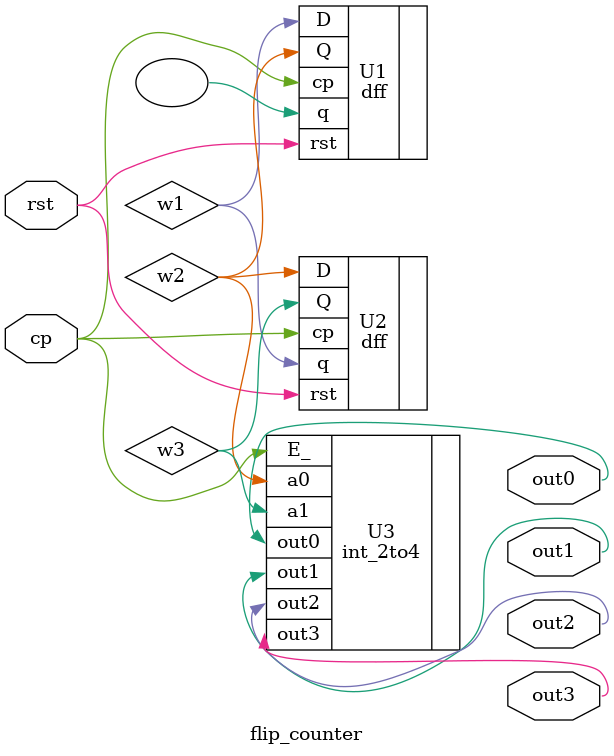
<source format=v>
module flip_counter (
    output out0,out1,out2,out3,
    input cp,rst
);
wire w1,w2,w3;
    dff U1(.cp(cp),.rst(rst),.Q(w2),.q(),.D(w1));
    dff U2(.cp(cp),.rst(rst),.Q(w3),.q(w1),.D(w2));
    int_2to4 U3(.E_(cp),.a0(w2),.a1(w3),.out0(out0),.out1(out1),.out2(out2),.out3(out3));
endmodule
</source>
